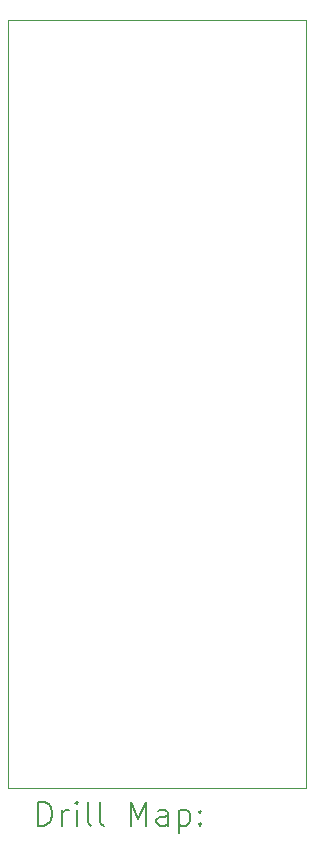
<source format=gbr>
%TF.GenerationSoftware,KiCad,Pcbnew,8.0.6*%
%TF.CreationDate,2025-12-26T07:27:58-05:00*%
%TF.ProjectId,heaterboard_1,68656174-6572-4626-9f61-72645f312e6b,3.0*%
%TF.SameCoordinates,Original*%
%TF.FileFunction,Drillmap*%
%TF.FilePolarity,Positive*%
%FSLAX45Y45*%
G04 Gerber Fmt 4.5, Leading zero omitted, Abs format (unit mm)*
G04 Created by KiCad (PCBNEW 8.0.6) date 2025-12-26 07:27:58*
%MOMM*%
%LPD*%
G01*
G04 APERTURE LIST*
%ADD10C,0.100000*%
%ADD11C,0.200000*%
G04 APERTURE END LIST*
D10*
X13280000Y-15000000D02*
X15800000Y-15000000D01*
X15800000Y-8500000D02*
X13280000Y-8500000D01*
X13280000Y-8500000D02*
X13280000Y-15000000D01*
X15800000Y-15000000D02*
X15800000Y-8500000D01*
D11*
X13535777Y-15316484D02*
X13535777Y-15116484D01*
X13535777Y-15116484D02*
X13583396Y-15116484D01*
X13583396Y-15116484D02*
X13611967Y-15126008D01*
X13611967Y-15126008D02*
X13631015Y-15145055D01*
X13631015Y-15145055D02*
X13640539Y-15164103D01*
X13640539Y-15164103D02*
X13650062Y-15202198D01*
X13650062Y-15202198D02*
X13650062Y-15230769D01*
X13650062Y-15230769D02*
X13640539Y-15268865D01*
X13640539Y-15268865D02*
X13631015Y-15287912D01*
X13631015Y-15287912D02*
X13611967Y-15306960D01*
X13611967Y-15306960D02*
X13583396Y-15316484D01*
X13583396Y-15316484D02*
X13535777Y-15316484D01*
X13735777Y-15316484D02*
X13735777Y-15183150D01*
X13735777Y-15221246D02*
X13745301Y-15202198D01*
X13745301Y-15202198D02*
X13754824Y-15192674D01*
X13754824Y-15192674D02*
X13773872Y-15183150D01*
X13773872Y-15183150D02*
X13792920Y-15183150D01*
X13859586Y-15316484D02*
X13859586Y-15183150D01*
X13859586Y-15116484D02*
X13850062Y-15126008D01*
X13850062Y-15126008D02*
X13859586Y-15135531D01*
X13859586Y-15135531D02*
X13869110Y-15126008D01*
X13869110Y-15126008D02*
X13859586Y-15116484D01*
X13859586Y-15116484D02*
X13859586Y-15135531D01*
X13983396Y-15316484D02*
X13964348Y-15306960D01*
X13964348Y-15306960D02*
X13954824Y-15287912D01*
X13954824Y-15287912D02*
X13954824Y-15116484D01*
X14088158Y-15316484D02*
X14069110Y-15306960D01*
X14069110Y-15306960D02*
X14059586Y-15287912D01*
X14059586Y-15287912D02*
X14059586Y-15116484D01*
X14316729Y-15316484D02*
X14316729Y-15116484D01*
X14316729Y-15116484D02*
X14383396Y-15259341D01*
X14383396Y-15259341D02*
X14450062Y-15116484D01*
X14450062Y-15116484D02*
X14450062Y-15316484D01*
X14631015Y-15316484D02*
X14631015Y-15211722D01*
X14631015Y-15211722D02*
X14621491Y-15192674D01*
X14621491Y-15192674D02*
X14602443Y-15183150D01*
X14602443Y-15183150D02*
X14564348Y-15183150D01*
X14564348Y-15183150D02*
X14545301Y-15192674D01*
X14631015Y-15306960D02*
X14611967Y-15316484D01*
X14611967Y-15316484D02*
X14564348Y-15316484D01*
X14564348Y-15316484D02*
X14545301Y-15306960D01*
X14545301Y-15306960D02*
X14535777Y-15287912D01*
X14535777Y-15287912D02*
X14535777Y-15268865D01*
X14535777Y-15268865D02*
X14545301Y-15249817D01*
X14545301Y-15249817D02*
X14564348Y-15240293D01*
X14564348Y-15240293D02*
X14611967Y-15240293D01*
X14611967Y-15240293D02*
X14631015Y-15230769D01*
X14726253Y-15183150D02*
X14726253Y-15383150D01*
X14726253Y-15192674D02*
X14745301Y-15183150D01*
X14745301Y-15183150D02*
X14783396Y-15183150D01*
X14783396Y-15183150D02*
X14802443Y-15192674D01*
X14802443Y-15192674D02*
X14811967Y-15202198D01*
X14811967Y-15202198D02*
X14821491Y-15221246D01*
X14821491Y-15221246D02*
X14821491Y-15278388D01*
X14821491Y-15278388D02*
X14811967Y-15297436D01*
X14811967Y-15297436D02*
X14802443Y-15306960D01*
X14802443Y-15306960D02*
X14783396Y-15316484D01*
X14783396Y-15316484D02*
X14745301Y-15316484D01*
X14745301Y-15316484D02*
X14726253Y-15306960D01*
X14907205Y-15297436D02*
X14916729Y-15306960D01*
X14916729Y-15306960D02*
X14907205Y-15316484D01*
X14907205Y-15316484D02*
X14897682Y-15306960D01*
X14897682Y-15306960D02*
X14907205Y-15297436D01*
X14907205Y-15297436D02*
X14907205Y-15316484D01*
X14907205Y-15192674D02*
X14916729Y-15202198D01*
X14916729Y-15202198D02*
X14907205Y-15211722D01*
X14907205Y-15211722D02*
X14897682Y-15202198D01*
X14897682Y-15202198D02*
X14907205Y-15192674D01*
X14907205Y-15192674D02*
X14907205Y-15211722D01*
M02*

</source>
